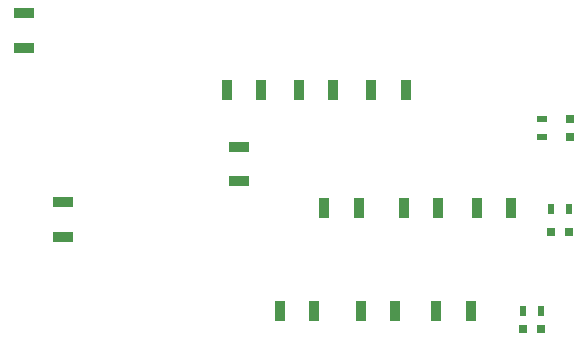
<source format=gbp>
G04 #@! TF.GenerationSoftware,KiCad,Pcbnew,(2017-09-19 revision dddaa7e69)-makepkg*
G04 #@! TF.CreationDate,2017-11-22T18:58:21+10:30*
G04 #@! TF.ProjectId,din_power_atm90e26,64696E5F706F7765725F61746D393065,rev?*
G04 #@! TF.SameCoordinates,Original*
G04 #@! TF.FileFunction,Paste,Bot*
G04 #@! TF.FilePolarity,Positive*
%FSLAX46Y46*%
G04 Gerber Fmt 4.6, Leading zero omitted, Abs format (unit mm)*
G04 Created by KiCad (PCBNEW (2017-09-19 revision dddaa7e69)-makepkg) date 11/22/17 18:58:21*
%MOMM*%
%LPD*%
G01*
G04 APERTURE LIST*
%ADD10R,0.900000X1.700000*%
%ADD11R,1.700000X0.900000*%
%ADD12R,0.800000X0.750000*%
%ADD13R,0.750000X0.800000*%
%ADD14R,0.500000X0.900000*%
%ADD15R,0.900000X0.500000*%
G04 APERTURE END LIST*
D10*
X138838000Y-57147400D03*
X141738000Y-57147400D03*
X153888000Y-67097400D03*
X156788000Y-67097400D03*
X153388000Y-75777400D03*
X150488000Y-75777400D03*
X147868000Y-57147400D03*
X144968000Y-57147400D03*
X150598000Y-67107400D03*
X147698000Y-67107400D03*
X144078000Y-75777400D03*
X146978000Y-75777400D03*
X140098000Y-75777400D03*
X137198000Y-75777400D03*
X140998000Y-67107400D03*
X143898000Y-67107400D03*
D11*
X133731000Y-64823000D03*
X133731000Y-61923000D03*
X115570000Y-53520000D03*
X115570000Y-50620000D03*
D10*
X132738000Y-57147400D03*
X135638000Y-57147400D03*
D11*
X118872000Y-69522000D03*
X118872000Y-66622000D03*
D12*
X161668000Y-69127400D03*
X160168000Y-69127400D03*
D13*
X161788000Y-61077400D03*
X161788000Y-59577400D03*
D12*
X159328000Y-77377400D03*
X157828000Y-77377400D03*
D14*
X161668000Y-67167400D03*
X160168000Y-67167400D03*
D15*
X159448000Y-61077400D03*
X159448000Y-59577400D03*
D14*
X159328000Y-75777400D03*
X157828000Y-75777400D03*
M02*

</source>
